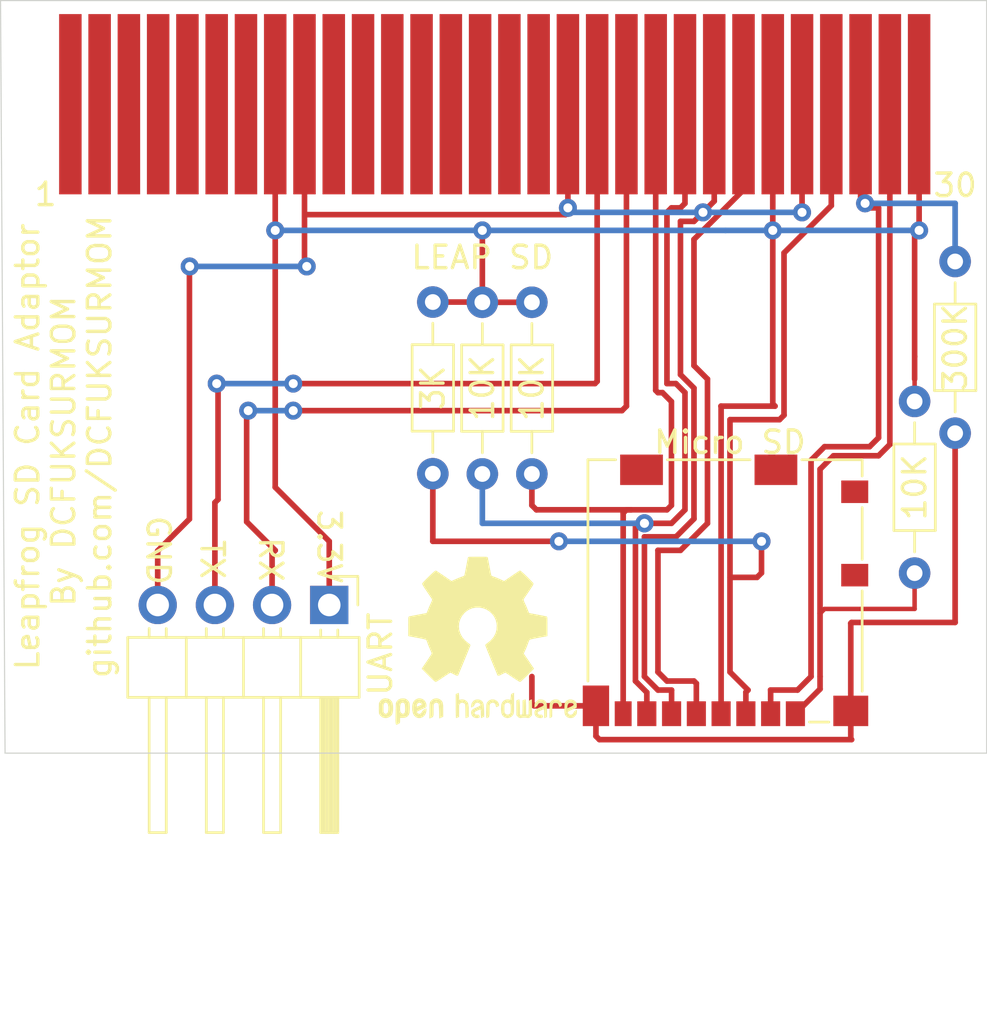
<source format=kicad_pcb>
(kicad_pcb (version 20211014) (generator pcbnew)
  (layers (0 "F.Cu" signal) (31 "B.Cu" signal) (34 "B.Paste" user) (35 "F.Paste" user) (36 "B.SilkS" user "B.Silkscreen") (37 "F.SilkS" user "F.Silkscreen") (38 "B.Mask" user) (39 "F.Mask" user) (44 "Edge.Cuts" user))
  (net 0 "")
  (footprint "Leapster:LEAPSTER_CART" (layer "F.Cu") (at 178.75 39.2)
    (fp_text reference "1" (at -19.95 4) (layer "F.SilkS"))
    (fp_text value "LEAPSTER-CART" hide)
    (fp_text user "30" (at 20.45 3.6) (layer "F.SilkS"))
    (pad "0" smd rect locked (at -18.85 0) (size 0.001 0.001) (layers "F.Cu" "F.Paste" "F.Mask"))
    (pad "0" smd rect locked (at 18.85 0) (size 0.001 0.001) (layers "F.Cu" "F.Paste" "F.Mask"))
    (pad "1" connect rect locked (at -18.85 0) (size 1 8) (layers "F.Cu" "F.Mask"))
    (pad "2" connect rect locked (at -17.55 0) (size 1 8) (layers "F.Cu" "F.Mask"))
    (pad "3" connect rect locked (at -16.25 0) (size 1 8) (layers "F.Cu" "F.Mask"))
    (pad "4" connect rect locked (at -14.95 0) (size 1 8) (layers "F.Cu" "F.Mask"))
    (pad "5" connect rect locked (at -13.65 0) (size 1 8) (layers "F.Cu" "F.Mask"))
    (pad "6" connect rect locked (at -12.35 0) (size 1 8) (layers "F.Cu" "F.Mask"))
    (pad "7" connect rect locked (at -11.05 0) (size 1 8) (layers "F.Cu" "F.Mask"))
    (pad "8" connect rect locked (at -9.75 0) (size 1 8) (layers "F.Cu" "F.Mask"))
    (pad "9" connect rect locked (at -8.45 0) (size 1 8) (layers "F.Cu" "F.Mask"))
    (pad "10" connect rect locked (at -7.15 0) (size 1 8) (layers "F.Cu" "F.Mask"))
    (pad "11" connect rect locked (at -5.85 0) (size 1 8) (layers "F.Cu" "F.Mask"))
    (pad "12" connect rect locked (at -4.55 0) (size 1 8) (layers "F.Cu" "F.Mask"))
    (pad "13" connect rect locked (at -3.25 0) (size 1 8) (layers "F.Cu" "F.Mask"))
    (pad "14" connect rect locked (at -1.95 0) (size 1 8) (layers "F.Cu" "F.Mask"))
    (pad "15" connect rect locked (at -0.65 0) (size 1 8) (layers "F.Cu" "F.Mask"))
    (pad "16" connect rect locked (at 0.65 0) (size 1 8) (layers "F.Cu" "F.Mask"))
    (pad "17" connect rect locked (at 1.95 0) (size 1 8) (layers "F.Cu" "F.Mask"))
    (pad "18" connect rect locked (at 3.25 0) (size 1 8) (layers "F.Cu" "F.Mask"))
    (pad "19" connect rect locked (at 4.55 0) (size 1 8) (layers "F.Cu" "F.Mask"))
    (pad "20" connect rect locked (at 5.85 0) (size 1 8) (layers "F.Cu" "F.Mask"))
    (pad "21" connect rect locked (at 7.15 0) (size 1 8) (layers "F.Cu" "F.Mask"))
    (pad "22" connect rect locked (at 8.45 0) (size 1 8) (layers "F.Cu" "F.Mask"))
    (pad "23" connect rect locked (at 9.75 0) (size 1 8) (layers "F.Cu" "F.Mask"))
    (pad "24" connect rect locked (at 11.05 0) (size 1 8) (layers "F.Cu" "F.Mask"))
    (pad "25" connect rect locked (at 12.35 0) (size 1 8) (layers "F.Cu" "F.Mask"))
    (pad "26" connect rect locked (at 13.65 0) (size 1 8) (layers "F.Cu" "F.Mask"))
    (pad "27" connect rect locked (at 14.95 0) (size 1 8) (layers "F.Cu" "F.Mask"))
    (pad "28" connect rect locked (at 16.25 0) (size 1 8) (layers "F.Cu" "F.Mask"))
    (pad "29" connect rect locked (at 17.55 0) (size 1 8) (layers "F.Cu" "F.Mask"))
    (pad "30" connect rect locked (at 18.85 0) (size 1 8) (layers "F.Cu" "F.Mask"))
  )
  (footprint "Resistor_THT:R_Axial_DIN0204_L3.6mm_D1.6mm_P7.62mm_Horizontal" (layer "F.Cu") (at 197.4 60.01 90)
    (fp_text reference "10K" (at 3.81 0 90) (layer "F.SilkS"))
    (fp_text value " " hide)
    (pad "1" thru_hole circle (at 0 0 90) (size 1.4 1.4) (drill 0.7) (layers *.Cu *.Mask))
    (pad "2" thru_hole oval (at 7.62 0 90) (size 1.4 1.4) (drill 0.7) (layers *.Cu *.Mask))
  )
  (footprint "Connector_PinHeader_2.54mm:PinHeader_1x04_P2.54mm_Horizontal" (layer "F.Cu") (at 171.4 61.425 -90)
    (fp_text reference "UART" (at 2.175 -2.27 -90) (layer "F.SilkS"))
    (fp_text value "PinHeader_1x04_P2.54mm_Horizontal")
    (fp_text user "GND" (at -2.425 7.6 -90 unlocked) (layer "F.SilkS"))
    (fp_text user "TX" (at -2.025 5.2 -90 unlocked) (layer "F.SilkS"))
    (fp_text user "3.3V" (at -2.6 0 -90 unlocked) (layer "F.SilkS"))
    (fp_text user "RX" (at -2.025 2.6 -90 unlocked) (layer "F.SilkS"))
    (pad "1" thru_hole rect (at 0 0 270) (size 1.7 1.7) (drill 1) (layers *.Cu *.Mask))
    (pad "2" thru_hole oval (at 0 2.54 270) (size 1.7 1.7) (drill 1) (layers *.Cu *.Mask))
    (pad "3" thru_hole oval (at 0 5.08 270) (size 1.7 1.7) (drill 1) (layers *.Cu *.Mask))
    (pad "4" thru_hole oval (at 0 7.62 270) (size 1.7 1.7) (drill 1) (layers *.Cu *.Mask))
  )
  (footprint "MountingHole:MountingHole_2.1mm" (layer "F.Cu") (at 198.2 65.6)
    (fp_text reference "REF**" hide)
    (fp_text value "MountingHole_2.1mm" hide)
    (pad "" np_thru_hole circle (at 0 0) (size 1.5 1.5) (drill 2.1) (layers F&B.Cu *.Mask))
  )
  (footprint "Symbol:OSHW-Logo2_9.8x8mm_SilkScreen" (layer "F.Cu") (at 178 63)
    (fp_text reference "REF**" hide)
    (fp_text value "OSHW-Logo2_9.8x8mm_SilkScreen" hide)
  )
  (footprint "Resistor_THT:R_Axial_DIN0204_L3.6mm_D1.6mm_P7.62mm_Horizontal" (layer "F.Cu") (at 180.4 55.61 90)
    (fp_text reference "10K" (at 3.81 0 90) (layer "F.SilkS"))
    (fp_text value "10K")
    (pad "1" thru_hole circle (at 0 0 90) (size 1.4 1.4) (drill 0.7) (layers *.Cu *.Mask))
    (pad "2" thru_hole oval (at 7.62 0 90) (size 1.4 1.4) (drill 0.7) (layers *.Cu *.Mask))
  )
  (footprint "Resistor_THT:R_Axial_DIN0204_L3.6mm_D1.6mm_P7.62mm_Horizontal" (layer "F.Cu") (at 199.2 53.8 90)
    (fp_text reference "300K" (at 3.81 0 90) (layer "F.SilkS"))
    (fp_text value " " hide)
    (pad "1" thru_hole circle (at 0 0 90) (size 1.4 1.4) (drill 0.7) (layers *.Cu *.Mask))
    (pad "2" thru_hole oval (at 7.62 0 90) (size 1.4 1.4) (drill 0.7) (layers *.Cu *.Mask))
  )
  (footprint "Connector_Card:microSD_HC_Molex_104031-0811" (layer "F.Cu") (at 189 60.8 180)
    (fp_text reference "Micro SD" (at -0.2 6.6) (layer "F.SilkS"))
    (fp_text value "microSD_HC_Molex_104031-0811" hide)
    (pad "1" smd rect (at -3.105 -5.45 180) (size 0.85 1.1) (layers "F.Cu" "F.Paste" "F.Mask"))
    (pad "2" smd rect (at -2.005 -5.45 180) (size 0.85 1.1) (layers "F.Cu" "F.Paste" "F.Mask"))
    (pad "3" smd rect (at -0.905 -5.45 180) (size 0.85 1.1) (layers "F.Cu" "F.Paste" "F.Mask"))
    (pad "4" smd rect (at 0.195 -5.45 180) (size 0.85 1.1) (layers "F.Cu" "F.Paste" "F.Mask"))
    (pad "5" smd rect (at 1.295 -5.45 180) (size 0.85 1.1) (layers "F.Cu" "F.Paste" "F.Mask"))
    (pad "6" smd rect (at 2.395 -5.45 180) (size 0.85 1.1) (layers "F.Cu" "F.Paste" "F.Mask"))
    (pad "7" smd rect (at 3.495 -5.45 180) (size 0.85 1.1) (layers "F.Cu" "F.Paste" "F.Mask"))
    (pad "8" smd rect (at 4.545 -5.45 180) (size 0.75 1.1) (layers "F.Cu" "F.Paste" "F.Mask"))
    (pad "9" smd rect (at -5.74 0.7 180) (size 1.2 1) (layers "F.Cu" "F.Paste" "F.Mask"))
    (pad "10" smd rect (at -5.74 4.4 180) (size 1.2 1) (layers "F.Cu" "F.Paste" "F.Mask"))
    (pad "11" smd rect (at -2.24 5.375 180) (size 1.9 1.35) (layers "F.Cu" "F.Paste" "F.Mask"))
    (pad "11" smd rect (at 3.73 5.375 180) (size 1.9 1.35) (layers "F.Cu" "F.Paste" "F.Mask"))
    (pad "11" smd rect (at 5.755 -5.1 180) (size 1.17 1.8) (layers "F.Cu" "F.Paste" "F.Mask"))
    (pad "11" smd rect (at -5.565 -5.325 180) (size 1.55 1.35) (layers "F.Cu" "F.Paste" "F.Mask"))
  )
  (footprint "Resistor_THT:R_Axial_DIN0204_L3.6mm_D1.6mm_P7.62mm_Horizontal" (layer "F.Cu") (at 176 55.6 90)
    (fp_text reference "3K" (at 3.81 0 90) (layer "F.SilkS"))
    (fp_text value "3K")
    (pad "1" thru_hole circle (at 0 0 90) (size 1.4 1.4) (drill 0.7) (layers *.Cu *.Mask))
    (pad "2" thru_hole oval (at 7.62 0 90) (size 1.4 1.4) (drill 0.7) (layers *.Cu *.Mask))
  )
  (footprint "Resistor_THT:R_Axial_DIN0204_L3.6mm_D1.6mm_P7.62mm_Horizontal" (layer "F.Cu") (at 178.2 55.61 90)
    (fp_text reference "10K" (at 3.81 0 90) (layer "F.SilkS"))
    (fp_text value "10K")
    (pad "1" thru_hole circle (at 0 0 90) (size 1.4 1.4) (drill 0.7) (layers *.Cu *.Mask))
    (pad "2" thru_hole oval (at 7.62 0 90) (size 1.4 1.4) (drill 0.7) (layers *.Cu *.Mask))
  )
  (footprint "MountingHole:MountingHole_2.1mm" (layer "F.Cu") (at 159.4 65.6)
    (fp_text reference "REF**" hide)
    (fp_text value "MountingHole_2.1mm" hide)
    (pad "" np_thru_hole circle (at 0 0) (size 1.5 1.5) (drill 2.1) (layers F&B.Cu *.Mask))
  )
  (gr_line (start 156.8 34.6) (end 156.8 34.8) (layer "Edge.Cuts") (width 0.05))
  (gr_line (start 200.6 34.6) (end 200.6 68) (layer "Edge.Cuts") (width 0.05))
  (gr_line (start 157 68) (end 200.6 68) (layer "Edge.Cuts") (width 0.05))
  (gr_line (start 200.6 34.6) (end 156.8 34.6) (layer "Edge.Cuts") (width 0.05))
  (gr_line (start 156.8 34.8) (end 157 68) (layer "Edge.Cuts") (width 0.05))
  (gr_text "github.com/DCFUKSURMOM" (at 161.2 54.4 90) (layer "F.SilkS") (effects (font (size 1 1))))
  (gr_text "Leapfrog SD Card Adaptor" (at 158 54.4 90) (layer "F.SilkS") (effects (font (size 1 1))))
  (gr_text "LEAP SD" (at 178.2 46) (layer "F.SilkS") (effects (font (size 1 1))))
  (gr_text "By DCFUKSURMOM" (at 159.6 54.6 90) (layer "F.SilkS") (effects (font (size 1 1))))
  (segment (start 197.4 60.01) (end 197.4 61.6) (width 0.2) (layer "F.Cu") (net 0))
  (segment (start 165.19 46.41) (end 165.19 57.61) (width 0.25) (layer "F.Cu") (net 0))
  (segment (start 193.8 54.8) (end 193.2 55.4) (width 0.25) (layer "F.Cu") (net 0))
  (segment (start 187.6 44.4) (end 187 44.4) (width 0.25) (layer "F.Cu") (net 0))
  (segment (start 170.3 39.2) (end 170.3 44.1) (width 0.25) (layer "F.Cu") (net 0))
  (segment (start 183.3 51.5) (end 183.2 51.6) (width 0.25) (layer "F.Cu") (net 0))
  (segment (start 185.4 58.4) (end 185.4 64.6) (width 0.25) (layer "F.Cu") (net 0))
  (segment (start 197.6 44.8) (end 197.6 39.2) (width 0.25) (layer "F.Cu") (net 0))
  (segment (start 195.2 43.6) (end 195.4 43.8) (width 0.25) (layer "F.Cu") (net 0))
  (segment (start 163.78 59.02) (end 163.78 61.425) (width 0.25) (layer "F.Cu") (net 0))
  (segment (start 181.9 44.1) (end 182 44) (width 0.25) (layer "F.Cu") (net 0))
  (segment (start 170.3 44.1) (end 181.9 44.1) (width 0.25) (layer "F.Cu") (net 0))
  (segment (start 188.2 57.8) (end 187 59) (width 0.25) (layer "F.Cu") (net 0))
  (segment (start 185.4 57.8) (end 186.6 57.8) (width 0.25) (layer "F.Cu") (net 0))
  (segment (start 185.505 65.305) (end 185 64.8) (width 0.25) (layer "F.Cu") (net 0))
  (segment (start 196.3 39.2) (end 196.3 54.3) (width 0.25) (layer "F.Cu") (net 0))
  (segment (start 191.1 52.5) (end 191.2 52.6) (width 0.25) (layer "F.Cu") (net 0))
  (segment (start 184.8 57.2) (end 180.6 57.2) (width 0.25) (layer "F.Cu") (net 0))
  (segment (start 191.4 53.2) (end 189.2 53.2) (width 0.25) (layer "F.Cu") (net 0))
  (segment (start 183.3 39.2) (end 183.3 51.5) (width 0.25) (layer "F.Cu") (net 0))
  (segment (start 165.19 57.61) (end 163.78 59.02) (width 0.25) (layer "F.Cu") (net 0))
  (segment (start 182 43.8) (end 182 39.2) (width 0.25) (layer "F.Cu") (net 0))
  (segment (start 187.6 50.8) (end 188.2 51.4) (width 0.25) (layer "F.Cu") (net 0))
  (segment (start 192.8 64.6) (end 192.2 65.2) (width 0.25) (layer "F.Cu") (net 0))
  (segment (start 191.1 44.8) (end 191.1 52.5) (width 0.25) (layer "F.Cu") (net 0))
  (segment (start 197.4 61.6) (end 193.4 61.6) (width 0.2) (layer "F.Cu") (net 0))
  (segment (start 191.005 65.205) (end 191.005 66.25) (width 0.25) (layer "F.Cu") (net 0))
  (segment (start 186.6 65.2) (end 186.605 65.205) (width 0.25) (layer "F.Cu") (net 0))
  (segment (start 195.8 54) (end 195.4 54.4) (width 0.25) (layer "F.Cu") (net 0))
  (segment (start 184.8 57.2) (end 186.4 57.2) (width 0.25) (layer "F.Cu") (net 0))
  (segment (start 187.6 51.8) (end 187.6 57.6) (width 0.25) (layer "F.Cu") (net 0))
  (segment (start 188.8 52.6) (end 188.805 52.605) (width 0.25) (layer "F.Cu") (net 0))
  (segment (start 194.6 67.4) (end 183.4 67.4) (width 0.25) (layer "F.Cu") (net 0))
  (segment (start 195.8 43.8) (end 195.8 54) (width 0.25) (layer "F.Cu") (net 0))
  (segment (start 184.455 66.25) (end 184.455 57.345) (width 0.25) (layer "F.Cu") (net 0))
  (segment (start 187 51.2) (end 187.6 51.8) (width 0.25) (layer "F.Cu") (net 0))
  (segment (start 191.1 39.2) (end 191.1 44.8) (width 0.25) (layer "F.Cu") (net 0))
  (segment (start 193.2 61.8) (end 193.2 64.6) (width 0.25) (layer "F.Cu") (net 0))
  (segment (start 166.46 51.66) (end 166.46 56.74) (width 0.25) (layer "F.Cu") (net 0))
  (segment (start 193.7 39.2) (end 193.7 43.7) (width 0.25) (layer "F.Cu") (net 0))
  (segment (start 180.4 64.6) (end 180.4 65.8) (width 0.25) (layer "F.Cu") (net 0))
  (segment (start 186 65.2) (end 186.6 65.2) (width 0.25) (layer "F.Cu") (net 0))
  (segment (start 169 56.2) (end 171.4 58.6) (width 0.25) (layer "F.Cu") (net 0))
  (segment (start 187.705 64.905) (end 187.705 66.25) (width 0.25) (layer "F.Cu") (net 0))
  (segment (start 194.565 62.235) (end 194.565 66.125) (width 0.25) (layer "F.Cu") (net 0))
  (segment (start 168.86 59.14) (end 168.86 61.425) (width 0.25) (layer "F.Cu") (net 0))
  (segment (start 194.565 67.365) (end 194.6 67.4) (width 0.25) (layer "F.Cu") (net 0))
  (segment (start 187.6 45.2) (end 187.6 50.8) (width 0.25) (layer "F.Cu") (net 0))
  (segment (start 191.6 53) (end 191.4 53.2) (width 0.25) (layer "F.Cu") (net 0))
  (segment (start 186.8 58.4) (end 185.4 58.4) (width 0.25) (layer "F.Cu") (net 0))
  (segment (start 193.7 43.7) (end 191.6 45.8) (width 0.25) (layer "F.Cu") (net 0))
  (segment (start 180.6 57.2) (end 180.4 57) (width 0.25) (layer "F.Cu") (net 0))
  (segment (start 176 58.6) (end 181.6 58.6) (width 0.25) (layer "F.Cu") (net 0))
  (segment (start 188.805 52.605) (end 188.805 66.25) (width 0.25) (layer "F.Cu") (net 0))
  (segment (start 186 59) (end 186 64.4) (width 0.25) (layer "F.Cu") (net 0))
  (segment (start 193.2 55.4) (end 193.2 61.8) (width 0.25) (layer "F.Cu") (net 0))
  (segment (start 186.8 51.6) (end 186.4 51.6) (width 0.25) (layer "F.Cu") (net 0))
  (segment (start 193.4 54.4) (end 192.8 55) (width 0.25) (layer "F.Cu") (net 0))
  (segment (start 169 44.8) (end 169 56.2) (width 0.25) (layer "F.Cu") (net 0))
  (segment (start 185.4 64.6) (end 186 65.2) (width 0.25) (layer "F.Cu") (net 0))
  (segment (start 193.2 64.6) (end 193.2 65.155) (width 0.25) (layer "F.Cu") (net 0))
  (segment (start 193.4 61.6) (end 193.2 61.8) (width 0.2) (layer "F.Cu") (net 0))
  (segment (start 180.5 65.9) (end 183.245 65.9) (width 0.25) (layer "F.Cu") (net 0))
  (segment (start 189.2 53.2) (end 189.2 60.2) (width 0.25) (layer "F.Cu") (net 0))
  (segment (start 176 55.6) (end 176 58.6) (width 0.25) (layer "F.Cu") (net 0))
  (segment (start 166.46 56.74) (end 166.32 56.88) (width 0.25) (layer "F.Cu") (net 0))
  (segment (start 186.6 57) (end 186.4 57.2) (width 0.25) (layer "F.Cu") (net 0))
  (segment (start 166.32 56.88) (end 166.32 61.425) (width 0.25) (layer "F.Cu") (net 0))
  (segment (start 197.4 45) (end 197.6 44.8) (width 0.25) (layer "F.Cu") (net 0))
  (segment (start 193.2 65.155) (end 192.105 66.25) (width 0.25) (layer "F.Cu") (net 0))
  (segment (start 180.4 65.8) (end 180.5 65.9) (width 0.25) (layer "F.Cu") (net 0))
  (segment (start 171.4 58.6) (end 171.4 61.425) (width 0.25) (layer "F.Cu") (net 0))
  (segment (start 187.2 57.2) (end 187.2 52) (width 0.25) (layer "F.Cu") (net 0))
  (segment (start 197.4 50.4) (end 197.4 45) (width 0.25) (layer "F.Cu") (net 0))
  (segment (start 184.6 39.2) (end 184.6 52.6) (width 0.25) (layer "F.Cu") (net 0))
  (segment (start 167.73 57.73) (end 169 59) (width 0.25) (layer "F.Cu") (net 0))
  (segment (start 186.6 52.4) (end 186.6 57) (width 0.25) (layer "F.Cu") (net 0))
  (segment (start 191 65.2) (end 191.005 65.205) (width 0.25) (layer "F.Cu") (net 0))
  (segment (start 186.605 65.205) (end 186.605 66.25) (width 0.25) (layer "F.Cu") (net 0))
  (segment (start 186.4 64.8) (end 187.6 64.8) (width 0.25) (layer "F.Cu") (net 0))
  (segment (start 187.6 57.6) (end 186.8 58.4) (width 0.25) (layer "F.Cu") (net 0))
  (segment (start 195 43.4) (end 195.2 43.6) (width 0.25) (layer "F.Cu") (net 0))
  (segment (start 170.3 46.3) (end 170.4 46.4) (width 0.25) (layer "F.Cu") (net 0))
  (segment (start 184.6 52.6) (end 184.4 52.8) (width 0.25) (layer "F.Cu") (net 0))
  (segment (start 188 44) (end 187.6 44.4) (width 0.25) (layer "F.Cu") (net 0))
  (segment (start 185.9 51.9) (end 186 52) (width 0.25) (layer "F.Cu") (net 0))
  (segment (start 195.4 43.8) (end 195.8 43.8) (width 0.25) (layer "F.Cu") (net 0))
  (segment (start 183.4 67.4) (end 183.245 67.245) (width 0.25) (layer "F.Cu") (net 0))
  (segment (start 166.4 51.6) (end 166.46 51.66) (width 0.25) (layer "F.Cu") (net 0))
  (segment (start 194.565 66.125) (end 194.565 67.365) (width 0.25) (layer "F.Cu") (net 0))
  (segment (start 190.6 60) (end 190.4 60.2) (width 0.25) (layer "F.Cu") (net 0))
  (segment (start 169 59) (end 168.86 59.14) (width 0.25) (layer "F.Cu") (net 0))
  (segment (start 184.4 52.8) (end 169.8 52.8) (width 0.25) (layer "F.Cu") (net 0))
  (segment (start 187 59) (end 186 59) (width 0.25) (layer "F.Cu") (net 0))
  (segment (start 189.8 39.2) (end 189.8 43) (width 0.25) (layer "F.Cu") (net 0))
  (segment (start 165.2 46.4) (end 165.19 46.41) (width 0.25) (layer "F.Cu") (net 0))
  (segment (start 186.4 51.6) (end 186.4 44) (width 0.25) (layer "F.Cu") (net 0))
  (segment (start 188.2 51.4) (end 188.2 57.8) (width 0.25) (layer "F.Cu") (net 0))
  (segment (start 189.2 64.4) (end 190 65.2) (width 0.25) (layer "F.Cu") (net 0))
  (segment (start 187.2 52) (end 186.8 51.6) (width 0.25) (layer "F.Cu") (net 0))
  (segment (start 186.2 52) (end 186.6 52.4) (width 0.25) (layer "F.Cu") (net 0))
  (segment (start 186 52) (end 186.2 52) (width 0.25) (layer "F.Cu") (net 0))
  (segment (start 167.8 52.8) (end 167.73 52.87) (width 0.25) (layer "F.Cu") (net 0))
  (segment (start 192.4 39.2) (end 192.4 44) (width 0.25) (layer "F.Cu") (net 0))
  (segment (start 187.6 64.8) (end 187.705 64.905) (width 0.25) (layer "F.Cu") (net 0))
  (segment (start 169 39.2) (end 169 44.8) (width 0.25) (layer "F.Cu") (net 0))
  (segment (start 184.455 57.345) (end 184.6 57.2) (width 0.25) (layer "F.Cu") (net 0))
  (segment (start 189.2 60.2) (end 189.2 64.4) (width 0.25) (layer "F.Cu") (net 0))
  (segment (start 199.2 53.8) (end 199.2 62.2) (width 0.25) (layer "F.Cu") (net 0))
  (segment (start 187.2 43.6) (end 187.2 39.2) (width 0.25) (layer "F.Cu") (net 0))
  (segment (start 196.3 54.3) (end 195.8 54.8) (width 0.25) (layer "F.Cu") (net 0))
  (segment (start 195.4 54.4) (end 193.4 54.4) (width 0.25) (layer "F.Cu") (net 0))
  (segment (start 176 47.98) (end 178.19 47.98) (width 0.25) (layer "F.Cu") (net 0))
  (segment (start 188.5 39.2) (end 188.5 43.5) (width 0.25) (layer "F.Cu") (net 0))
  (segment (start 178.19 47.98) (end 178.2 47.99) (width 0.25) (layer "F.Cu") (net 0))
  (segment (start 190.4 60.2) (end 189.2 60.2) (width 0.25) (layer "F.Cu") (net 0))
  (segment (start 197.4 52.39) (end 197.4 50.4) (width 0.2) (layer "F.Cu") (net 0))
  (segment (start 186 64.4) (end 186.4 64.8) (width 0.25) (layer "F.Cu") (net 0))
  (segment (start 195 39.2) (end 195 43.4) (width 0.25) (layer "F.Cu") (net 0))
  (segment (start 186.6 57.8) (end 187.2 57.2) (width 0.25) (layer "F.Cu") (net 0))
  (segment (start 183.245 67.245) (end 183.245 65.9) (width 0.25) (layer "F.Cu") (net 0))
  (segment (start 192.8 55) (end 192.8 64.6) (width 0.25) (layer "F.Cu") (net 0))
  (segment (start 187 44.4) (end 187 51.2) (width 0.25) (layer "F.Cu") (net 0))
  (segment (start 185.9 39.2) (end 185.9 51.9) (width 0.25) (layer "F.Cu") (net 0))
  (segment (start 190.6 58.6) (end 190.6 60) (width 0.25) (layer "F.Cu") (net 0))
  (segment (start 187 43.8) (end 187.2 43.6) (width 0.25) (layer "F.Cu") (net 0))
  (segment (start 189.905 65.295) (end 189.905 66.25) (width 0.25) (layer "F.Cu") (net 0))
  (segment (start 191.2 52.6) (end 188.8 52.6) (width 0.25) (layer "F.Cu") (net 0))
  (segment (start 191.6 45.8) (end 191.6 53) (width 0.25) (layer "F.Cu") (net 0))
  (segment (start 170.3 44.1) (end 170.3 46.3) (width 0.25) (layer "F.Cu") (net 0))
  (segment (start 188.5 43.5) (end 188 44) (width 0.25) (layer "F.Cu") (net 0))
  (segment (start 180.4 47.99) (end 178.2 47.99) (width 0.25) (layer "F.Cu") (net 0))
  (segment (start 186.6 43.8) (end 187 43.8) (width 0.25) (layer "F.Cu") (net 0))
  (segment (start 184.6 57.2) (end 184.8 57.2) (width 0.25) (layer "F.Cu") (net 0))
  (segment (start 185 57.8) (end 185.4 57.8) (width 0.25) (layer "F.Cu") (net 0))
  (segment (start 197.4 51.4) (end 197.4 50.4) (width 0.25) (layer "F.Cu") (net 0))
  (segment (start 183.2 51.6) (end 169.8 51.6) (width 0.25) (layer "F.Cu") (net 0))
  (segment (start 180.4 57) (end 180.4 55.61) (width 0.25) (layer "F.Cu") (net 0))
  (segment (start 178.2 47.99) (end 178.2 44.8) (width 0.25) (layer "F.Cu") (net 0))
  (segment (start 185 64.8) (end 185 57.8) (width 0.25) (layer "F.Cu") (net 0))
  (segment (start 182 44) (end 182 43.8) (width 0.25) (layer "F.Cu") (net 0))
  (segment (start 195.8 54.8) (end 193.8 54.8) (width 0.25) (layer "F.Cu") (net 0))
  (segment (start 189.8 43) (end 187.6 45.2) (width 0.25) (layer "F.Cu") (net 0))
  (segment (start 167.73 52.87) (end 167.73 57.73) (width 0.25) (layer "F.Cu") (net 0))
  (segment (start 192.2 65.2) (end 191 65.2) (width 0.25) (layer "F.Cu") (net 0))
  (segment (start 194.6 62.2) (end 194.565 62.235) (width 0.25) (layer "F.Cu") (net 0))
  (segment (start 186.4 44) (end 186.6 43.8) (width 0.25) (layer "F.Cu") (net 0))
  (segment (start 190 65.2) (end 189.905 65.295) (width 0.25) (layer "F.Cu") (net 0))
  (segment (start 199.2 62.2) (end 194.6 62.2) (width 0.25) (layer "F.Cu") (net 0))
  (segment (start 185.505 66.25) (end 185.505 65.305) (width 0.25) (layer "F.Cu") (net 0))
  (via (at 169.8 52.8) (size 0.8) (drill 0.4) (layers "F.Cu" "B.Cu") (net 0))
  (via (at 170.4 46.4) (size 0.8) (drill 0.4) (layers "F.Cu" "B.Cu") (net 0))
  (via (at 185.4 57.8) (size 0.8) (drill 0.4) (layers "F.Cu" "B.Cu") (net 0))
  (via (at 166.4 51.6) (size 0.8) (drill 0.4) (layers "F.Cu" "B.Cu") (net 0))
  (via (at 169 44.8) (size 0.8) (drill 0.4) (layers "F.Cu" "B.Cu") (net 0))
  (via (at 190.6 58.6) (size 0.8) (drill 0.4) (layers "F.Cu" "B.Cu") (net 0))
  (via (at 181.6 58.6) (size 0.8) (drill 0.4) (layers "F.Cu" "B.Cu") (net 0))
  (via (at 178.2 44.8) (size 0.8) (drill 0.4) (layers "F.Cu" "B.Cu") (net 0))
  (via (at 167.8 52.8) (size 0.8) (drill 0.4) (layers "F.Cu" "B.Cu") (net 0))
  (via (at 182 43.8) (size 0.8) (drill 0.4) (layers "F.Cu" "B.Cu") (net 0))
  (via (at 197.6 44.8) (size 0.8) (drill 0.4) (layers "F.Cu" "B.Cu") (net 0))
  (via (at 191.1 44.8) (size 0.8) (drill 0.4) (layers "F.Cu" "B.Cu") (net 0))
  (via (at 188 44) (size 0.8) (drill 0.4) (layers "F.Cu" "B.Cu") (net 0))
  (via (at 165.2 46.4) (size 0.8) (drill 0.4) (layers "F.Cu" "B.Cu") (net 0))
  (via (at 192.4 44) (size 0.8) (drill 0.4) (layers "F.Cu" "B.Cu") (net 0))
  (via (at 169.8 51.6) (size 0.8) (drill 0.4) (layers "F.Cu" "B.Cu") (net 0))
  (via (at 195.2 43.6) (size 0.8) (drill 0.4) (layers "F.Cu" "B.Cu") (net 0))
  (via (at 185.4 57.8) (size 0.8) (drill 0.4) (layers "F.Cu" "B.Cu") (net 0))
  (segment (start 191.1 44.8) (end 197.6 44.8) (width 0.25) (layer "B.Cu") (net 0))
  (segment (start 188 44) (end 182.2 44) (width 0.25) (layer "B.Cu") (net 0))
  (segment (start 182.2 44) (end 182 43.8) (width 0.25) (layer "B.Cu") (net 0))
  (segment (start 169 44.8) (end 178.2 44.8) (width 0.25) (layer "B.Cu") (net 0))
  (segment (start 169.8 51.6) (end 166.4 51.6) (width 0.25) (layer "B.Cu") (net 0))
  (segment (start 169.8 52.8) (end 167.8 52.8) (width 0.25) (layer "B.Cu") (net 0))
  (segment (start 170.4 46.4) (end 165.2 46.4) (width 0.25) (layer "B.Cu") (net 0))
  (segment (start 199.2 43.6) (end 195.2 43.6) (width 0.25) (layer "B.Cu") (net 0))
  (segment (start 189 44.8) (end 191.1 44.8) (width 0.25) (layer "B.Cu") (net 0))
  (segment (start 181.6 58.6) (end 190.6 58.6) (width 0.25) (layer "B.Cu") (net 0))
  (segment (start 199.2 46.18) (end 199.2 43.6) (width 0.25) (layer "B.Cu") (net 0))
  (segment (start 178.2 44.8) (end 189 44.8) (width 0.25) (layer "B.Cu") (net 0))
  (segment (start 192.4 44) (end 188 44) (width 0.25) (layer "B.Cu") (net 0))
  (segment (start 178.2 57.8) (end 185.4 57.8) (width 0.25) (layer "B.Cu") (net 0))
  (segment (start 178.2 57.8) (end 178.2 55.61) (width 0.25) (layer "B.Cu") (net 0))
)
</source>
